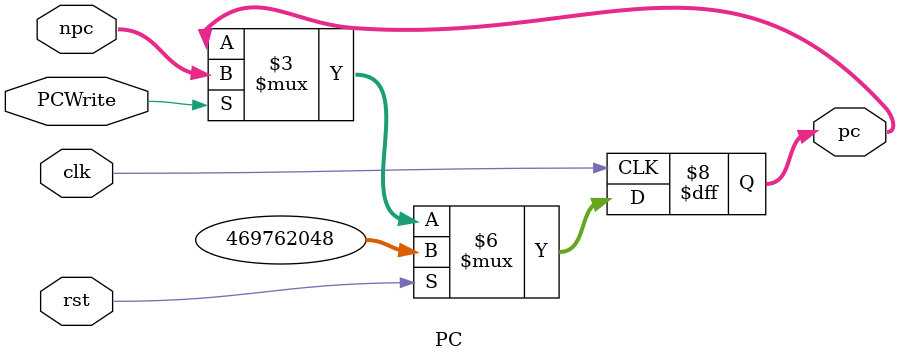
<source format=v>
`timescale 1ns / 1ps


module PC(
    input                       clk,
    input                       rst,
    input                       PCWrite,
    input           [31: 0]     npc,
    output reg      [31: 0]     pc
);
    always @(posedge clk) begin
        if(rst)
            pc <= 32'h1c00_0000;
        else if(PCWrite)
            pc <= npc;
        else
            pc <= pc;
    end

endmodule

</source>
